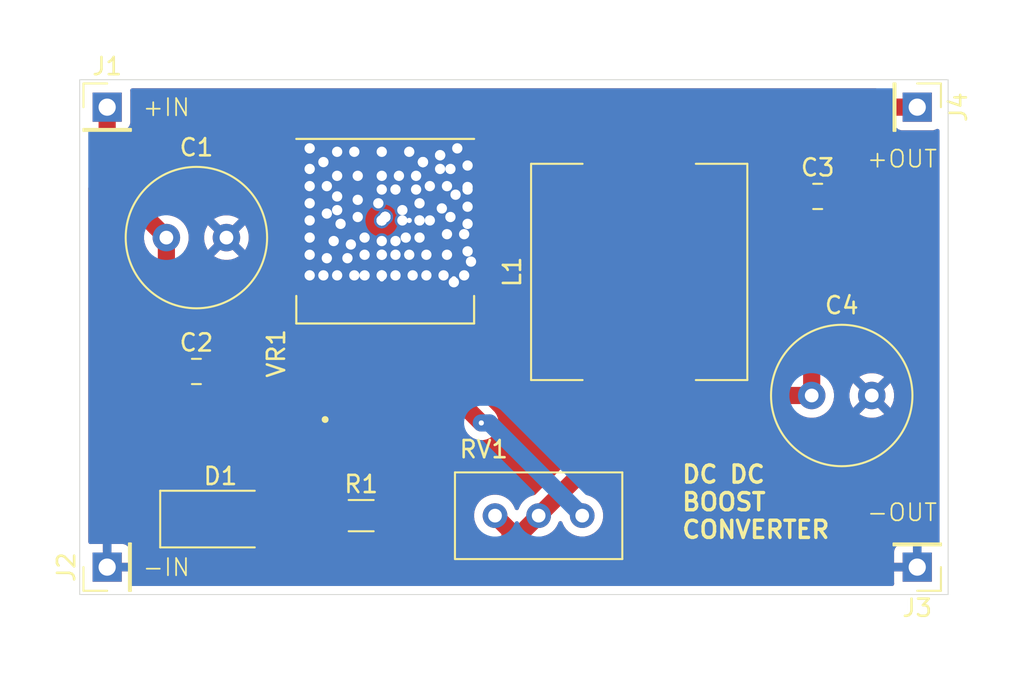
<source format=kicad_pcb>
(kicad_pcb (version 20241229) (generator "pcbnew") (generator_version "9.0")
  (layers (0 "F.Cu" signal) (2 "B.Cu" signal) (13 "F.Paste" user) (15 "B.Paste" user) (5 "F.SilkS" user "F.Silkscreen") (7 "B.SilkS" user "B.Silkscreen") (1 "F.Mask" user) (3 "B.Mask" user) (25 "Edge.Cuts" user))
  (net 0 "")
  (net 1 "Net-(J1-Pin_1)")
  (net 2 "GND")
  (net 3 "Net-(D1-K)")
  (net 4 "Net-(D1-A)")
  (net 5 "Net-(VR1-FB)")
  (footprint "Capacitor_SMD:C_0805_2012Metric" (layer "F.Cu") (at 159.8 106)
    (property "Reference" "C3" (at 0 -1.68 0) (layer "F.SilkS"))
    (property "Value" "1uF")
    (fp_line (start -0.261252 -0.735) (end 0.261252 -0.735) (stroke (width 0.12)) (layer "F.SilkS"))
    (fp_line (start -0.261252 0.735) (end 0.261252 0.735) (stroke (width 0.12)) (layer "F.SilkS"))
    (pad "1" smd roundrect (at -0.95 0) (size 1 1.45) (layers "F.Cu" "F.Mask" "F.Paste") (net 3 "Net-(D1-K)"))
    (pad "2" smd roundrect (at 0.95 0) (size 1 1.45) (layers "F.Cu" "F.Mask" "F.Paste") (net 2 "GND"))
  )
  (footprint "Inductor_SMD:L_12x12mm_H8mm" (layer "F.Cu") (at 149.4 110.4 90)
    (property "Reference" "L1" (at 0 -7.4 90) (layer "F.SilkS"))
    (property "Value" "33uH")
    (fp_line (start 6.3 -6.3) (end 6.3 -3.3) (stroke (width 0.12)) (layer "F.SilkS"))
    (fp_line (start -6.3 -6.3) (end 6.3 -6.3) (stroke (width 0.12)) (layer "F.SilkS"))
    (fp_line (start -6.3 -3.3) (end -6.3 -6.3) (stroke (width 0.12)) (layer "F.SilkS"))
    (fp_line (start 6.3 3.3) (end 6.3 6.3) (stroke (width 0.12)) (layer "F.SilkS"))
    (fp_line (start 6.3 6.3) (end -6.3 6.3) (stroke (width 0.12)) (layer "F.SilkS"))
    (fp_line (start -6.3 6.3) (end -6.3 3.3) (stroke (width 0.12)) (layer "F.SilkS"))
    (pad "1" smd rect (at -4.95 0 90) (size 2.9 5.4) (layers "F.Cu" "F.Mask" "F.Paste") (net 1 "Net-(J1-Pin_1)"))
    (pad "2" smd rect (at 4.95 0 90) (size 2.9 5.4) (layers "F.Cu" "F.Mask" "F.Paste") (net 4 "Net-(D1-A)"))
  )
  (footprint "Capacitor_THT:C_Radial_D8.0mm_H7.0mm_P3.50mm" (layer "F.Cu") (at 121.85 108.4)
    (property "Reference" "C1" (at 1.75 -5.25 0) (layer "F.SilkS"))
    (property "Value" "47uF/500V")
    (fp_circle (center 1.75 0) (end 5.87 0) (stroke (width 0.12)) (fill no) (layer "F.SilkS"))
    (pad "1" thru_hole circle (at 0 0) (size 1.6 1.6) (drill 0.8) (layers "*.Cu" "*.Mask") (net 1 "Net-(J1-Pin_1)"))
    (pad "2" thru_hole circle (at 3.5 0) (size 1.6 1.6) (drill 0.8) (layers "*.Cu" "*.Mask") (net 2 "GND"))
  )
  (footprint "Potentiometer_THT:Potentiometer_Bourns_3296W_Vertical" (layer "F.Cu") (at 146.08 124.6)
    (property "Reference" "RV1" (at -5.74 -3.86 0) (layer "F.SilkS"))
    (property "Value" "50K")
    (fp_line (start -7.415 -2.52) (end 2.335 -2.52) (stroke (width 0.12)) (layer "F.SilkS"))
    (fp_line (start -7.415 2.53) (end -7.415 -2.52) (stroke (width 0.12)) (layer "F.SilkS"))
    (fp_line (start 2.335 -2.52) (end 2.335 2.53) (stroke (width 0.12)) (layer "F.SilkS"))
    (fp_line (start 2.335 2.53) (end -7.415 2.53) (stroke (width 0.12)) (layer "F.SilkS"))
    (pad "1" thru_hole circle (at 0 0) (size 1.44 1.44) (drill 0.8) (layers "*.Cu" "*.Mask") (net 5 "Net-(VR1-FB)"))
    (pad "2" thru_hole circle (at -2.54 0) (size 1.44 1.44) (drill 0.8) (layers "*.Cu" "*.Mask") (net 3 "Net-(D1-K)"))
    (pad "3" thru_hole circle (at -5.08 0) (size 1.44 1.44) (drill 0.8) (layers "*.Cu" "*.Mask") (net 3 "Net-(D1-K)"))
  )
  (footprint "Connector_PinHeader_2.54mm:PinHeader_1x01_P2.54mm_Vertical" (layer "F.Cu") (at 165.6 100.8 -90)
    (property "Reference" "J4" (at 0 -2.38 90) (layer "F.SilkS"))
    (property "Value" "Conn_01x01_Pin")
    (fp_line (start -1.38 1.38) (end 1.38 1.38) (stroke (width 0.12)) (layer "F.SilkS"))
    (fp_line (start -1.38 1.27) (end -1.38 1.38) (stroke (width 0.12)) (layer "F.SilkS"))
    (fp_line (start -1.38 1.27) (end 1.38 1.27) (stroke (width 0.12)) (layer "F.SilkS"))
    (fp_line (start 1.38 1.27) (end 1.38 1.38) (stroke (width 0.12)) (layer "F.SilkS"))
    (fp_line (start -1.38 0) (end -1.38 -1.38) (stroke (width 0.12)) (layer "F.SilkS"))
    (fp_line (start -1.38 -1.38) (end 0 -1.38) (stroke (width 0.12)) (layer "F.SilkS"))
    (pad "1" thru_hole rect (at 0 0 270) (size 1.7 1.7) (drill 1) (layers "*.Cu" "*.Mask") (net 3 "Net-(D1-K)"))
  )
  (footprint "Connector_PinHeader_2.54mm:PinHeader_1x01_P2.54mm_Vertical" (layer "F.Cu") (at 165.6 127.6 180)
    (property "Reference" "J3" (at 0 -2.38 0) (layer "F.SilkS"))
    (property "Value" "Conn_01x01_Pin")
    (fp_line (start 1.38 1.27) (end 1.38 1.38) (stroke (width 0.12)) (layer "F.SilkS"))
    (fp_line (start -1.38 1.38) (end 1.38 1.38) (stroke (width 0.12)) (layer "F.SilkS"))
    (fp_line (start -1.38 1.27) (end 1.38 1.27) (stroke (width 0.12)) (layer "F.SilkS"))
    (fp_line (start -1.38 1.27) (end -1.38 1.38) (stroke (width 0.12)) (layer "F.SilkS"))
    (fp_line (start -1.38 0) (end -1.38 -1.38) (stroke (width 0.12)) (layer "F.SilkS"))
    (fp_line (start -1.38 -1.38) (end 0 -1.38) (stroke (width 0.12)) (layer "F.SilkS"))
    (pad "1" thru_hole rect (at 0 0 180) (size 1.7 1.7) (drill 1) (layers "*.Cu" "*.Mask") (net 2 "GND"))
  )
  (footprint "Connector_PinHeader_2.54mm:PinHeader_1x01_P2.54mm_Vertical" (layer "F.Cu") (at 118.4 127.6 90)
    (property "Reference" "J2" (at 0 -2.38 90) (layer "F.SilkS"))
    (property "Value" "Conn_01x01_Pin")
    (fp_line (start -1.38 -1.38) (end 0 -1.38) (stroke (width 0.12)) (layer "F.SilkS"))
    (fp_line (start -1.38 0) (end -1.38 -1.38) (stroke (width 0.12)) (layer "F.SilkS"))
    (fp_line (start 1.38 1.27) (end 1.38 1.38) (stroke (width 0.12)) (layer "F.SilkS"))
    (fp_line (start -1.38 1.27) (end 1.38 1.27) (stroke (width 0.12)) (layer "F.SilkS"))
    (fp_line (start -1.38 1.27) (end -1.38 1.38) (stroke (width 0.12)) (layer "F.SilkS"))
    (fp_line (start -1.38 1.38) (end 1.38 1.38) (stroke (width 0.12)) (layer "F.SilkS"))
    (pad "1" thru_hole rect (at 0 0 90) (size 1.7 1.7) (drill 1) (layers "*.Cu" "*.Mask") (net 2 "GND"))
  )
  (footprint "Connector_PinHeader_2.54mm:PinHeader_1x01_P2.54mm_Vertical" (layer "F.Cu") (at 118.4 100.8)
    (property "Reference" "J1" (at 0 -2.38 0) (layer "F.SilkS"))
    (property "Value" "Conn_01x01_Pin")
    (fp_line (start -1.38 -1.38) (end 0 -1.38) (stroke (width 0.12)) (layer "F.SilkS"))
    (fp_line (start -1.38 0) (end -1.38 -1.38) (stroke (width 0.12)) (layer "F.SilkS"))
    (fp_line (start -1.38 1.27) (end -1.38 1.38) (stroke (width 0.12)) (layer "F.SilkS"))
    (fp_line (start -1.38 1.27) (end 1.38 1.27) (stroke (width 0.12)) (layer "F.SilkS"))
    (fp_line (start -1.38 1.38) (end 1.38 1.38) (stroke (width 0.12)) (layer "F.SilkS"))
    (fp_line (start 1.38 1.27) (end 1.38 1.38) (stroke (width 0.12)) (layer "F.SilkS"))
    (pad "1" thru_hole rect (at 0 0) (size 1.7 1.7) (drill 1) (layers "*.Cu" "*.Mask") (net 1 "Net-(J1-Pin_1)"))
  )
  (footprint "Capacitor_SMD:C_0805_2012Metric" (layer "F.Cu") (at 123.6 116.2)
    (property "Reference" "C2" (at 0 -1.68 0) (layer "F.SilkS"))
    (property "Value" "1uF")
    (fp_line (start -0.261252 -0.735) (end 0.261252 -0.735) (stroke (width 0.12)) (layer "F.SilkS"))
    (fp_line (start -0.261252 0.735) (end 0.261252 0.735) (stroke (width 0.12)) (layer "F.SilkS"))
    (pad "1" smd roundrect (at -0.95 0) (size 1 1.45) (layers "F.Cu" "F.Mask" "F.Paste") (net 1 "Net-(J1-Pin_1)"))
    (pad "2" smd roundrect (at 0.95 0) (size 1 1.45) (layers "F.Cu" "F.Mask" "F.Paste") (net 2 "GND"))
  )
  (footprint "Capacitor_THT:C_Radial_D8.0mm_H7.0mm_P3.50mm" (layer "F.Cu") (at 159.45 117.6)
    (property "Reference" "C4" (at 1.75 -5.25 0) (layer "F.SilkS"))
    (property "Value" "220uF/50V")
    (fp_circle (center 1.75 0) (end 5.87 0) (stroke (width 0.12)) (fill no) (layer "F.SilkS"))
    (pad "1" thru_hole circle (at 0 0) (size 1.6 1.6) (drill 0.8) (layers "*.Cu" "*.Mask") (net 3 "Net-(D1-K)"))
    (pad "2" thru_hole circle (at 3.5 0) (size 1.6 1.6) (drill 0.8) (layers "*.Cu" "*.Mask") (net 2 "GND"))
  )
  (footprint "Diode_SMD:D_SMA" (layer "F.Cu") (at 125 124.8)
    (property "Reference" "D1" (at 0 -2.5 0) (layer "F.SilkS"))
    (property "Value" "SS34")
    (fp_line (start -3.51 -1.65) (end -3.51 1.65) (stroke (width 0.12)) (layer "F.SilkS"))
    (fp_line (start -3.51 -1.65) (end 2 -1.65) (stroke (width 0.12)) (layer "F.SilkS"))
    (fp_line (start -3.51 1.65) (end 2 1.65) (stroke (width 0.12)) (layer "F.SilkS"))
    (pad "1" smd roundrect (at -2 0) (size 2.5 1.8) (layers "F.Cu" "F.Mask" "F.Paste") (roundrect_rratio 0.1388888889) (net 3 "Net-(D1-K)"))
    (pad "2" smd roundrect (at 2 0) (size 2.5 1.8) (layers "F.Cu" "F.Mask" "F.Paste") (roundrect_rratio 0.1388888889) (net 4 "Net-(D1-A)"))
  )
  (footprint "Resistor_SMD:R_1206_3216Metric" (layer "F.Cu") (at 133.2 124.6)
    (property "Reference" "R1" (at 0 -1.83 0) (layer "F.SilkS"))
    (property "Value" "1K")
    (fp_line (start -0.727064 -0.91) (end 0.727064 -0.91) (stroke (width 0.12)) (layer "F.SilkS"))
    (fp_line (start -0.727064 0.91) (end 0.727064 0.91) (stroke (width 0.12)) (layer "F.SilkS"))
    (pad "1" smd roundrect (at -1.4625 0) (size 1.125 1.75) (layers "F.Cu" "F.Mask" "F.Paste") (roundrect_rratio 0.222222) (net 5 "Net-(VR1-FB)"))
    (pad "2" smd roundrect (at 1.4625 0) (size 1.125 1.75) (layers "F.Cu" "F.Mask" "F.Paste") (roundrect_rratio 0.222222) (net 2 "GND"))
  )
  (footprint "XL6009:DPAK170P1435X465-6N" (layer "F.Cu") (at 134.6 110.7 90)
    (property "Reference" "VR1" (at -4.445 -6.35 90) (layer "F.SilkS"))
    (property "Value" "XL6009")
    (fp_line (start 8.05 -5.18) (end 8.05 5.18) (stroke (width 0.127)) (layer "F.SilkS"))
    (fp_line (start -1.1 -5.18) (end -2.705 -5.18) (stroke (width 0.127)) (layer "F.SilkS"))
    (fp_line (start -2.705 -5.18) (end -2.705 5.18) (stroke (width 0.127)) (layer "F.SilkS"))
    (fp_line (start -1.1 5.18) (end -2.705 5.18) (stroke (width 0.127)) (layer "F.SilkS"))
    (fp_circle (center -8.3 -3.5) (end -8.2 -3.5) (stroke (width 0.2)) (fill no) (layer "F.SilkS"))
    (pad "1" smd rect (at -6.13 -3.4 90) (size 3.21 1.05) (layers "F.Cu" "F.Mask" "F.Paste") (net 2 "GND"))
    (pad "2" smd rect (at -6.13 -1.7 90) (size 3.21 1.05) (layers "F.Cu" "F.Mask" "F.Paste"))
    (pad "3" smd rect (at -6.13 0 90) (size 3.21 1.05) (layers "F.Cu" "F.Mask" "F.Paste") (net 4 "Net-(D1-A)"))
    (pad "4" smd rect (at -6.13 1.7 90) (size 3.21 1.05) (layers "F.Cu" "F.Mask" "F.Paste") (net 1 "Net-(J1-Pin_1)"))
    (pad "5" smd rect (at -6.13 3.4 90) (size 3.21 1.05) (layers "F.Cu" "F.Mask" "F.Paste") (net 5 "Net-(VR1-FB)"))
    (pad "6" smd rect (at 3.5 0 90) (size 8.46 10.53) (layers "F.Cu" "F.Mask") (net 4 "Net-(D1-A)"))
  )
  (gr_rect (start 116.8 99.2) (end 167.4 129.2) (stroke (width 0.05)) (fill no) (layer "Edge.Cuts"))
  (gr_text "DC DC \nBOOST \nCONVERTER" (at 151.8 126 0) (layer "F.SilkS") (effects (font (size 1 1) (thickness 0.2) (bold yes)) (justify left bottom)))
  (gr_text "-IN\n" (at 120.4 128.2 0) (layer "F.SilkS") (effects (font (size 1 1) (thickness 0.1)) (justify left bottom)))
  (gr_text "-OUT" (at 162.6 125 0) (layer "F.SilkS") (effects (font (size 1 1) (thickness 0.1)) (justify left bottom)))
  (gr_text "+OUT\n" (at 162.6 104.4 0) (layer "F.SilkS") (effects (font (size 1 1) (thickness 0.1)) (justify left bottom)))
  (gr_text "+IN\n" (at 120.4 101.4 0) (layer "F.SilkS") (effects (font (size 1 1) (thickness 0.1)) (justify left bottom)))
  (segment (start 118.4 104.95) (end 121.85 108.4) (width 1) (layer "F.Cu") (net 1))
  (segment (start 136.3 114.998) (end 136.3 116.83) (width 1) (layer "F.Cu") (net 1))
  (segment (start 136.774 114.524) (end 136.3 114.998) (width 1) (layer "F.Cu") (net 1))
  (segment (start 121.85 115.4) (end 122.65 116.2) (width 1) (layer "F.Cu") (net 1))
  (segment (start 121.85 108.4) (end 121.85 115.4) (width 1) (layer "F.Cu") (net 1))
  (segment (start 149.4 115.35) (end 148.574 114.524) (width 1) (layer "F.Cu") (net 1))
  (segment (start 148.574 114.524) (end 136.774 114.524) (width 1) (layer "F.Cu") (net 1))
  (segment (start 118.4 100.8) (end 118.4 104.95) (width 1) (layer "F.Cu") (net 1))
  (segment (start 163.75 100.8) (end 158.85 105.7) (width 1) (layer "F.Cu") (net 3))
  (segment (start 141.739 126.401) (end 124.601 126.401) (width 1) (layer "F.Cu") (net 3))
  (segment (start 158.85 106.75) (end 159.45 107.35) (width 1) (layer "F.Cu") (net 3))
  (segment (start 141.87 125.47) (end 141.87 126.27) (width 1) (layer "F.Cu") (net 3))
  (segment (start 150.54 117.6) (end 159.45 117.6) (width 1) (layer "F.Cu") (net 3))
  (segment (start 124.601 126.401) (end 123 124.8) (width 1) (layer "F.Cu") (net 3))
  (segment (start 158.85 105.7) (end 158.85 106) (width 1) (layer "F.Cu") (net 3))
  (segment (start 143.54 124.6) (end 150.54 117.6) (width 1) (layer "F.Cu") (net 3))
  (segment (start 158.85 106) (end 158.85 106.75) (width 1) (layer "F.Cu") (net 3))
  (segment (start 159.45 107.35) (end 159.45 117.6) (width 1) (layer "F.Cu") (net 3))
  (segment (start 141 124.6) (end 141.87 125.47) (width 1) (layer "F.Cu") (net 3))
  (segment (start 165.6 100.8) (end 163.75 100.8) (width 1) (layer "F.Cu") (net 3))
  (segment (start 143.54 124.6) (end 141.87 126.27) (width 1) (layer "F.Cu") (net 3))
  (segment (start 141.87 126.27) (end 141.739 126.401) (width 1) (layer "F.Cu") (net 3))
  (segment (start 134.4 110.8) (end 134.4 116.63) (width 1) (layer "F.Cu") (net 4))
  (segment (start 134.4 109.4) (end 134.4 110.6) (width 1) (layer "F.Cu") (net 4))
  (segment (start 136.6 107.4) (end 137.2 107.4) (width 1) (layer "F.Cu") (net 4))
  (segment (start 134.4 110.6) (end 134.4 110.8) (width 1) (layer "F.Cu") (net 4))
  (segment (start 137.9 106.7) (end 138.7 105.9) (width 1) (layer "F.Cu") (net 4))
  (segment (start 134.4 107.4) (end 135.6 107.4) (width 1) (layer "F.Cu") (net 4))
  (segment (start 135.6 107.4) (end 136 107.4) (width 1) (layer "F.Cu") (net 4))
  (segment (start 139.4 105.45) (end 149.4 105.45) (width 1) (layer "F.Cu") (net 4))
  (segment (start 137.2 107.4) (end 137.9 106.7) (width 1) (layer "F.Cu") (net 4))
  (segment (start 138.7 105.9) (end 139.15 105.45) (width 1) (layer "F.Cu") (net 4))
  (segment (start 134.4 116.63) (end 134.6 116.83) (width 1) (layer "F.Cu") (net 4))
  (segment (start 134.4 107.4) (end 134.4 108.6) (width 1) (layer "F.Cu") (net 4))
  (segment (start 134.4 108.6) (end 134.4 109.4) (width 1) (layer "F.Cu") (net 4))
  (segment (start 139.15 105.45) (end 139.4 105.45) (width 1) (layer "F.Cu") (net 4))
  (segment (start 134.6 119.435) (end 134.6 116.83) (width 1) (layer "F.Cu") (net 4))
  (segment (start 127 124.8) (end 129.235 124.8) (width 1) (layer "F.Cu") (net 4))
  (segment (start 136 107.4) (end 136.6 107.4) (width 1) (layer "F.Cu") (net 4))
  (segment (start 129.235 124.8) (end 134.6 119.435) (width 1) (layer "F.Cu") (net 4))
  (via (at 134.4 109.4) (size 0.9) (drill 0.6) (layers "F.Cu" "B.Cu") (net 4))
  (via (at 134.6 107.2) (size 0.6) (drill 0.3) (layers "F.Cu" "B.Cu") (net 4))
  (via (at 134.6 107.2) (size 0.9) (drill 0.6) (layers "F.Cu" "B.Cu") (net 4))
  (via (at 134.6 107.2) (size 0.9) (drill 0.6) (layers "F.Cu" "B.Cu") (net 4))
  (via (at 132.6 108.8) (size 0.9) (drill 0.6) (layers "F.Cu" "B.Cu") (net 4))
  (via (at 134.6 107.2) (size 0.9) (drill 0.6) (layers "F.Cu" "B.Cu") (net 4))
  (via (at 136.6 108.4) (size 0.9) (drill 0.6) (layers "F.Cu" "B.Cu") (net 4))
  (via (at 134.6 107.2) (size 0.6) (drill 0.3) (layers "F.Cu" "B.Cu") (net 4))
  (via (at 134.6 107.2) (size 0.9) (drill 0.6) (layers "F.Cu" "B.Cu") (net 4))
  (via (at 134.6 107.2) (size 0.9) (drill 0.6) (layers "F.Cu" "B.Cu") (net 4))
  (via (at 134.4 107.4) (size 0.9) (drill 0.6) (layers "F.Cu" "B.Cu") (net 4))
  (via (at 134.4 107.4) (size 0.9) (drill 0.6) (layers "F.Cu" "B.Cu") (net 4))
  (via (at 130.2 110.6) (size 0.9) (drill 0.6) (layers "F.Cu" "B.Cu") (net 4))
  (via (at 134.6 107.2) (size 0.9) (drill 0.6) (layers "F.Cu" "B.Cu") (net 4))
  (via (at 134.6 107.2) (size 0.6) (drill 0.3) (layers "F.Cu" "B.Cu") (net 4))
  (via (at 134.6 107.2) (size 0.9) (drill 0.6) (layers "F.Cu" "B.Cu") (net 4))
  (via (at 134.6 107.2) (size 0.9) (drill 0.6) (layers "F.Cu" "B.Cu") (net 4))
  (via (at 131.8 104.8) (size 0.9) (drill 0.6) (layers "F.Cu" "B.Cu") (net 4))
  (via (at 139.2 110.6) (size 0.9) (drill 0.6) (layers "F.Cu" "B.Cu") (net 4))
  (via (at 135.2 105.6) (size 0.9) (drill 0.6) (layers "F.Cu" "B.Cu") (net 4))
  (via (at 134.6 107.2) (size 0.9) (drill 0.6) (layers "F.Cu" "B.Cu") (net 4))
  (via (at 139.4 105.6) (size 0.9) (drill 0.6) (layers "F.Cu" "B.Cu") (net 4))
  (via (at 134.6 107.2) (size 0.9) (drill 0.6) (layers "F.Cu" "B.Cu") (net 4))
  (via (at 137.9 106.7) (size 0.9) (drill 0.6) (layers "F.Cu" "B.Cu") (net 4))
  (via (at 134.6 107.2) (size 0.9) (drill 0.6) (layers "F.Cu" "B.Cu") (net 4))
  (via (at 134.4 110.8) (size 0.6) (drill 0.3) (layers "F.Cu" "B.Cu") (net 4))
  (via (at 138.8 103.2) (size 0.9) (drill 0.6) (layers "F.Cu" "B.Cu") (net 4))
  (via (at 134.6 107.2) (size 0.9) (drill 0.6) (layers "F.Cu" "B.Cu") (net 4))
  (via (at 131.8 106) (size 0.9) (drill 0.6) (layers "F.Cu" "B.Cu") (net 4))
  (via (at 134.6 107.2) (size 0.9) (drill 0.6) (layers "F.Cu" "B.Cu") (net 4))
  (via (at 130.2 103.2) (size 0.9) (drill 0.6) (layers "F.Cu" "B.Cu") (net 4))
  (via (at 134.4 107.4) (size 0.9) (drill 0.6) (layers "F.Cu" "B.Cu") (net 4))
  (via (at 134.6 107.2) (size 0.9) (drill 0.6) (layers "F.Cu" "B.Cu") (net 4))
  (via (at 131.8 103.4) (size 0.9) (drill 0.6) (layers "F.Cu" "B.Cu") (net 4))
  (via (at 134.6 107.2) (size 0.6) (drill 0.3) (layers "F.Cu" "B.Cu") (net 4))
  (via (at 135.8 108.4) (size 0.9) (drill 0.6) (layers "F.Cu" "B.Cu") (net 4))
  (via (at 134.6 107.2) (size 0.9) (drill 0.6) (layers "F.Cu" "B.Cu") (net 4))
  (via (at 138.4 107.2) (size 0.9) (drill 0.6) (layers "F.Cu" "B.Cu") (net 4))
  (via (at 135.6 107.4) (size 0.9) (drill 0.6) (layers "F.Cu" "B.Cu") (net 4))
  (via (at 134.6 107.2) (size 0.9) (drill 0.6) (layers "F.Cu" "B.Cu") (net 4))
  (via (at 134.6 107.2) (size 0.6) (drill 0.3) (layers "F.Cu" "B.Cu") (net 4))
  (via (at 134.6 107.2) (size 0.9) (drill 0.6) (layers "F.Cu" "B.Cu") (net 4))
  (via (at 134.6 107.2) (size 0.9) (drill 0.6) (layers "F.Cu" "B.Cu") (net 4))
  (via (at 138.6 111) (size 0.9) (drill 0.6) (layers "F.Cu" "B.Cu") (net 4))
  (via (at 134.6 107.2) (size 0.9) (drill 0.6) (layers "F.Cu" "B.Cu") (net 4))
  (via (at 134.6 107.2) (size 0.9) (drill 0.6) (layers "F.Cu" "B.Cu") (net 4))
  (via (at 134.6 107.2) (size 0.9) (drill 0.6) (layers "F.Cu" "B.Cu") (net 4))
  (via (at 134.6 107.2) (size 0.9) (drill 0.6) (layers "F.Cu" "B.Cu") (net 4))
  (via (at 139.4 104.2) (size 0.9) (drill 0.6) (layers "F.Cu" "B.Cu") (net 4))
  (via (at 132.4 109.6) (size 0.9) (drill 0.6) (layers "F.Cu" "B.Cu") (net 4))
  (via (at 133 107.2) (size 0.9) (drill 0.6) (layers "F.Cu" "B.Cu") (net 4))
  (via (at 134.6 107.2) (size 0.9) (drill 0.6) (layers "F.Cu" "B.Cu") (net 4))
  (via (at 130.2 104.4) (size 0.9) (drill 0.6) (layers "F.Cu" "B.Cu") (net 4))
  (via (at 134.6 107.2) (size 0.6) (drill 0.3) (layers "F.Cu" "B.Cu") (net 4))
  (via (at 131 110.6) (size 0.9) (drill 0.6) (layers "F.Cu" "B.Cu") (net 4))
  (via (at 134.6 107.2) (size 0.6) (drill 0.3) (layers "F.Cu" "B.Cu") (net 4))
  (via (at 134.6 107.2) (size 0.6) (drill 0.3) (layers "F.Cu" "B.Cu") (net 4))
  (via (at 135.2 108.6) (size 0.9) (drill 0.6) (layers "F.Cu" "B.Cu") (net 4))
  (via (at 134.6 107.2) (size 0.9) (drill 0.6) (layers "F.Cu" "B.Cu") (net 4))
  (via (at 134.4 107.4) (size 0.9) (drill 0.6) (layers "F.Cu" "B.Cu") (net 4))
  (via (at 134.6 107.2) (size 0.6) (drill 0.3) (layers "F.Cu" "B.Cu") (net 4))
  (via (at 134.4 107.4) (size 0.9) (drill 0.6) (layers "F.Cu" "B.Cu") (net 4))
  (via (at 138.2 105.4) (size 0.9) (drill 0.6) (layers "F.Cu" "B.Cu") (net 4))
  (via (at 130.2 106.4) (size 0.9) (drill 0.6) (layers "F.Cu" "B.Cu") (net 4))
  (via (at 134.6 107.2) (size 0.6) (drill 0.3) (layers "F.Cu" "B.Cu") (net 4))
  (via (at 139.4 105.45) (size 0.9) (drill 0.6) (layers "F.Cu" "B.Cu") (net 4))
  (via (at 138.7 105.9) (size 0.9) (drill 0.6) (layers "F.Cu" "B.Cu") (net 4))
  (via (at 139.4 109.2) (size 0.9) (drill 0.6) (layers "F.Cu" "B.Cu") (net 4))
  (via (at 131.2 109.6) (size 0.9) (drill 0.6) (layers "F.Cu" "B.Cu") (net 4))
  (via (at 134.6 107.2) (size 0.9) (drill 0.6) (layers "F.Cu" "B.Cu") (net 4))
  (via (at 134.4 108.6) (size 0.9) (drill 0.6) (layers "F.Cu" "B.Cu") (net 4))
  (via (at 139.6 109.8) (size 0.9) (drill 0.6) (layers "F.Cu" "B.Cu") (net 4))
  (via (at 138.4 104.4) (size 0.9) (drill 0.6) (layers "F.Cu" "B.Cu") (net 4))
  (via (at 134.6 107.2) (size 0.9) (drill 0.6) (layers "F.Cu" "B.Cu") (net 4))
  (via (at 134.6 107.2) (size 0.9) (drill 0.6) (layers "F.Cu" "B.Cu") (net 4))
  (via (at 136.6 106.4) (size 0.9) (drill 0.6) (layers "F.Cu" "B.Cu") (net 4))
  (via (at 135.2 109.4) (size 0.9) (drill 0.6) (layers "F.Cu" "B.Cu") (net 4))
  (via (at 137.2 107.4) (size 0.9) (drill 0.6) (layers "F.Cu" "B.Cu") (net 4))
  (via (at 134.6 107.2) (size 0.9) (drill 0.6) (layers "F.Cu" "B.Cu") (net 4))
  (via (at 131.2 105.4) (size 0.9) (drill 0.6) (layers "F.Cu" "B.Cu") (net 4))
  (via (at 130.2 109.4) (size 0.9) (drill 0.6) (layers "F.Cu" "B.Cu") (net 4))
  (via (at 136.2 110.6) (size 0.9) (drill 0.6) (layers "F.Cu" "B.Cu") (net 4))
  (via (at 134.6 107.2) (size 0.6) (drill 0.3) (layers "F.Cu" "B.Cu") (net 4))
  (via (at 134.6 107.2) (size 0.6) (drill 0.3) (layers "F.Cu" "B.Cu") (net 4))
  (via (at 134.6 107.2) (size 0.9) (drill 0.6) (layers "F.Cu" "B.Cu") (net 4))
  (via (at 134.6 107.2) (size 0.9) (drill 0.6) (layers "F.Cu" "B.Cu") (net 4))
  (via (at 132 107.6) (size 0.9) (drill 0.6) (layers "F.Cu" "B.Cu") (net 4))
  (via (at 134.6 107.2) (size 0.6) (drill 0.3) (layers "F.Cu" "B.Cu") (net 4))
  (via (at 134.6 107.2) (size 0.9) (drill 0.6) (layers "F.Cu" "B.Cu") (net 4))
  (via (at 134.6 107.2) (size 0.6) (drill 0.3) (layers "F.Cu" "B.Cu") (net 4))
  (via (at 134.4 104.8) (size 0.9) (drill 0.6) (layers "F.Cu" "B.Cu") (net 4))
  (via (at 134.4 110.6) (size 0.9) (drill 0.6) (layers "F.Cu" "B.Cu") (net 4))
  (via (at 134.2 106.4) (size 0.9) (drill 0.6) (layers "F.Cu" "B.Cu") (net 4))
  (via (at 134.6 107.2) (size 0.6) (drill 0.3) (layers "F.Cu" "B.Cu") (net 4))
  (via (at 134.6 107.2) (size 0.9) (drill 0.6) (layers "F.Cu" "B.Cu") (net 4))
  (via (at 134.6 107.2) (size 0.9) (drill 0.6) (layers "F.Cu" "B.Cu") (net 4))
  (via (at 134.4 110.6) (size 0.9) (drill 0.6) (layers "F.Cu" "B.Cu") (net 4))
  (via (at 134.6 107.2) (size 0.6) (drill 0.3) (layers "F.Cu" "B.Cu") (net 4))
  (via (at 134.6 107.2) (size 0.9) (drill 0.6) (layers "F.Cu" "B.Cu") (net 4))
  (via (at 136.8 104) (size 0.9) (drill 0.6) (layers "F.Cu" "B.Cu") (net 4))
  (via (at 134.4 109.4) (size 0.9) (drill 0.6) (layers "F.Cu" "B.Cu") (net 4))
  (via (at 137 109.4) (size 0.9) (drill 0.6) (layers "F.Cu" "B.Cu") (net 4))
  (via (at 131.8 110.6) (size 0.9) (drill 0.6) (layers "F.Cu" "B.Cu") (net 4))
  (via (at 134.6 107.2) (size 0.6) (drill 0.3) (layers "F.Cu" "B.Cu") (net 4))
  (via (at 134.6 107.2) (size 0.9) (drill 0.6) (layers "F.Cu" "B.Cu") (net 4))
  (via (at 136.6 107.4) (size 0.9) (drill 0.6) (layers "F.Cu" "B.Cu") (net 4))
  (via (at 136.4 105.6) (size 0.9) (drill 0.6) (layers "F.Cu" "B.Cu") (net 4))
  (via (at 134.6 107.2) (size 0.6) (drill 0.3) (layers "F.Cu" "B.Cu") (net 4))
  (via (at 134.6 107.2) (size 0.9) (drill 0.6) (layers "F.Cu" "B.Cu") (net 4))
  (via (at 134.6 107.2) (size 0.9) (drill 0.6) (layers "F.Cu" "B.Cu") (net 4))
  (via (at 134.6 107.2) (size 0.9) (drill 0.6) (layers "F.Cu" "B.Cu") (net 4))
  (via (at 134.6 107.2) (size 0.6) (drill 0.3) (layers "F.Cu" "B.Cu") (net 4))
  (via (at 134.6 107.2) (size 0.6) (drill 0.3) (layers "F.Cu" "B.Cu") (net 4))
  (via (at 137.8 103.6) (size 0.9) (drill 0.6) (layers "F.Cu" "B.Cu") (net 4))
  (via (at 134.6 107.2) (size 0.9) (drill 0.6) (layers "F.Cu" "B.Cu") (net 4))
  (via (at 134.4 107.4) (size 0.9) (drill 0.6) (layers "F.Cu" "B.Cu") (net 4))
  (via (at 136.4 104.8) (size 0.9) (drill 0.6) (layers "F.Cu" "B.Cu") (net 4))
  (via (at 133 104.8) (size 0.9) (drill 0.6) (layers "F.Cu" "B.Cu") (net 4))
  (via (at 133 106.2) (size 0.9) (drill 0.6) (layers "F.Cu" "B.Cu") (net 4))
  (via (at 134.6 107.2) (size 0.6) (drill 0.3) (layers "F.Cu" "B.Cu") (net 4))
  (via (at 136.8 104) (size 0.9) (drill 0.6) (layers "F.Cu" "B.Cu") (net 4))
  (via (at 134.6 107.2) (size 0.9) (drill 0.6) (layers "F.Cu" "B.Cu") (net 4))
  (via (at 136 109.4) (size 0.9) (drill 0.6) (layers "F.Cu" "B.Cu") (net 4))
  (via (at 134.6 107.2) (size 0.9) (drill 0.6) (layers "F.Cu" "B.Cu") (net 4))
  (via (at 138.2 108.2) (size 0.9) (drill 0.6) (layers "F.Cu" "B.Cu") (net 4))
  (via (at 139.2 108.2) (size 0.9) (drill 0.6) (layers "F.Cu" "B.Cu") (net 4))
  (via (at 134.6 107.2) (size 0.6) (drill 0.3) (layers "F.Cu" "B.Cu") (net 4))
  (via (at 134.6 107.2) (size 0.9) (drill 0.6) (layers "F.Cu" "B.Cu") (net 4))
  (via (at 135.2 110.6) (size 0.9) (drill 0.6) (layers "F.Cu" "B.Cu") (net 4))
  (via (at 134.6 107.2) (size 0.9) (drill 0.6) (layers "F.Cu" "B.Cu") (net 4))
  (via (at 130.2 107.4) (size 0.9) (drill 0.6) (layers "F.Cu" "B.Cu") (net 4))
  (via (at 138 110.6) (size 0.9) (drill 0.6) (layers "F.Cu" "B.Cu") (net 4))
  (via (at 139.4 107.6) (size 0.9) (drill 0.6) (layers "F.Cu" "B.Cu") (net 4))
  (via (at 136 107.4) (size 0.6) (drill 0.3) (layers "F.Cu" "B.Cu") (net 4))
  (via (at 136.8 104) (size 0.9) (drill 0.6) (layers "F.Cu" "B.Cu") (net 4))
  (via (at 138.6 110.8) (size 0.6) (drill 0.3) (layers "F.Cu" "B.Cu") (net 4))
  (via (at 134.6 107.2) (size 0.9) (drill 0.6) (layers "F.Cu" "B.Cu") (net 4))
  (via (at 133.4 110.6) (size 0.9) (drill 0.6) (layers "F.Cu" "B.Cu") (net 4))
  (via (at 134.6 107.2) (size 0.6) (drill 0.3) (layers "F.Cu" "B.Cu") (net 4))
  (via (at 134.6 107.2) (size 0.6) (drill 0.3) (layers "F.Cu" "B.Cu") (net 4))
  (via (at 137 110.6) (size 0.9) (drill 0.6) (layers "F.Cu" "B.Cu") (net 4))
  (via (at 134.6 107.2) (size 0.9) (drill 0.6) (layers "F.Cu" "B.Cu") (net 4))
  (via (at 134.6 107.2) (size 0.6) (drill 0.3) (layers "F.Cu" "B.Cu") (net 4))
  (via (at 137.8 103.6) (size 0.9) (drill 0.6) (layers "F.Cu" "B.Cu") (net 4))
  (via (at 134.6 107.2) (size 0.9) (drill 0.6) (layers "F.Cu" "B.Cu") (net 4))
  (via (at 134.6 107.2) (size 0.9) (drill 0.6) (layers "F.Cu" "B.Cu") (net 4))
  (via (at 133.4 109.4) (size 0.9) (drill 0.6) (layers "F.Cu" "B.Cu") (net 4))
  (via (at 134.6 107.2) (size 0.6) (drill 0.3) (layers "F.Cu" "B.Cu") (net 4))
  (via (at 134.6 107.2) (size 0.9) (drill 0.6) (layers "F.Cu" "B.Cu") (net 4))
  (via (at 138.2 109.4) (size 0.9) (drill 0.6) (layers "F.Cu" "B.Cu") (net 4))
  (via (at 134.6 107.2) (size 0.9) (drill 0.6) (layers "F.Cu" "B.Cu") (net 4))
  (via (at 134.6 107.2) (size 0.6) (drill 0.3) (layers "F.Cu" "B.Cu") (net 4))
  (via (at 134.6 107.2) (size 0.9) (drill 0.6) (layers "F.Cu" "B.Cu") (net 4))
  (via (at 134.4 110.8) (size 0.6) (drill 0.3) (layers "F.Cu" "B.Cu") (net 4))
  (via (at 134.6 107.2) (size 0.9) (drill 0.6) (layers "F.Cu" "B.Cu") (net 4))
  (via (at 132.8 103.4) (size 0.9) (drill 0.6) (layers "F.Cu" "B.Cu") (net 4))
  (via (at 134.6 107.2) (size 0.6) (drill 0.3) (layers "F.Cu" "B.Cu") (net 4))
  (via (at 131 104) (size 0.9) (drill 0.6) (layers "F.Cu" "B.Cu") (net 4))
  (via (at 134.6 107.2) (size 0.9) (drill 0.6) (layers "F.Cu" "B.Cu") (net 4))
  (via (at 130.2 108.4) (size 0.9) (drill 0.6) (layers "F.Cu" "B.Cu") (net 4))
  (via (at 134.6 107.2) (size 0.9) (drill 0.6) (layers "F.Cu" "B.Cu") (net 4))
  (via (at 134.6 107.2) (size 0.9) (drill 0.6) (layers "F.Cu" "B.Cu") (net 4))
  (via (at 135.6 106.8) (size 0.9) (drill 0.6) (layers "F.Cu" "B.Cu") (net 4))
  (via (at 134.6 107.2) (size 0.6) (drill 0.3) (layers "F.Cu" "B.Cu") (net 4))
  (via (at 134.6 107.2) (size 0.9) (drill 0.6) (layers "F.Cu" "B.Cu") (net 4))
  (via (at 134.6 107.2) (size 0.9) (drill 0.6) (layers "F.Cu" "B.Cu") (net 4))
  (via (at 134.6 107.2) (size 0.9) (drill 0.6) (layers "F.Cu" "B.Cu") (net 4))
  (via (at 135.4 104.8) (size 0.9) (drill 0.6) (layers "F.Cu" "B.Cu") (net 4))
  (via (at 134.6 107.2) (size 0.9) (drill 0.6) (layers "F.Cu" "B.Cu") (net 4))
  (via (at 134.4 103.4) (size 0.9) (drill 0.6) (layers "F.Cu" "B.Cu") (net 4))
  (via (at 134.6 107.2) (size 0.9) (drill 0.6) (layers "F.Cu" "B.Cu") (net 4))
  (via (at 130.2 105.4) (size 0.9) (drill 0.6) (layers "F.Cu" "B.Cu") (net 4))
  (via (at 134.6 107.2) (size 0.9) (drill 0.6) (layers "F.Cu" "B.Cu") (net 4))
  (via (at 134.6 107.2) (size 0.9) (drill 0.6) (layers "F.Cu" "B.Cu") (net 4))
  (via (at 134.6 107.2) (size 0.6) (drill 0.3) (layers "F.Cu" "B.Cu") (net 4))
  (via (at 136.6 107.4) (size 0.9) (drill 0.6) (layers "F.Cu" "B.Cu") (net 4))
  (via (at 134.6 107.2) (size 0.9) (drill 0.6) (layers "F.Cu" "B.Cu") (net 4))
  (via (at 134.6 107.2) (size 0.9) (drill 0.6) (layers "F.Cu" "B.Cu") (net 4))
  (via (at 134.4 107.4) (size 0.9) (drill 0.6) (layers "F.Cu" "B.Cu") (net 4))
  (via (at 134.6 107.2) (size 0.9) (drill 0.6) (layers "F.Cu" "B.Cu") (net 4))
  (via (at 134.6 107.2) (size 0.6) (drill 0.3) (layers "F.Cu" "B.Cu") (net 4))
  (via (at 134.6 107.2) (size 0.6) (drill 0.3) (layers "F.Cu" "B.Cu") (net 4))
  (via (at 134.6 107.2) (size 0.6) (drill 0.3) (layers "F.Cu" "B.Cu") (net 4))
  (via (at 134.6 107.2) (size 0.9) (drill 0.6) (layers "F.Cu" "B.Cu") (net 4))
  (via (at 139.4 106.6) (size 0.9) (drill 0.6) (layers "F.Cu" "B.Cu") (net 4))
  (via (at 131.8 106.8) (size 0.9) (drill 0.6) (layers "F.Cu" "B.Cu") (net 4))
  (via (at 137.8 104.4) (size 0.9) (drill 0.6) (layers "F.Cu" "B.Cu") (net 4))
  (via (at 134.6 107.2) (size 0.9) (drill 0.6) (layers "F.Cu" "B.Cu") (net 4))
  (via (at 137.2 105.4) (size 0.9) (drill 0.6) (layers "F.Cu" "B.Cu") (net 4))
  (via (at 134.4 105.6) (size 0.9) (drill 0.6) (layers "F.Cu" "B.Cu") (net 4))
  (via (at 134.6 107.2) (size 0.9) (drill 0.6) (layers "F.Cu" "B.Cu") (net 4))
  (via (at 134.6 107.2) (size 0.6) (drill 0.3) (layers "F.Cu" "B.Cu") (net 4))
  (via (at 136 103.4) (size 0.9) (drill 0.6) (layers "F.Cu" "B.Cu") (net 4))
  (via (at 134.4 107.4) (size 0.9) (drill 0.6) (layers "F.Cu" "B.Cu") (net 4))
  (via (at 134.6 107.2) (size 0.9) (drill 0.6) (layers "F.Cu" "B.Cu") (net 4))
  (via (at 134.6 107.2) (size 0.9) (drill 0.6) (layers "F.Cu" "B.Cu") (net 4))
  (via (at 134.6 107.2) (size 0.9) (drill 0.6) (layers "F.Cu" "B.Cu") (net 4))
  (via (at 134.4 107.4) (size 0.9) (drill 0.6) (layers "F.Cu" "B.Cu") (net 4))
  (via (at 134.4 110.8) (size 0.6) (drill 0.3) (layers "F.Cu" "B.Cu") (net 4))
  (via (at 131.6 108.6) (size 0.9) (drill 0.6) (layers "F.Cu" "B.Cu") (net 4))
  (via (at 134.6 107.2) (size 0.9) (drill 0.6) (layers "F.Cu" "B.Cu") (net 4))
  (via (at 134.6 107.2) (size 0.6) (drill 0.3) (layers "F.Cu" "B.Cu") (net 4))
  (via (at 131.2 107) (size 0.9) (drill 0.6) (layers "F.Cu" "B.Cu") (net 4))
  (via (at 134.6 107.2) (size 0.9) (drill 0.6) (layers "F.Cu" "B.Cu") (net 4))
  (via (at 134.6 107.2) (size 0.9) (drill 0.6) (layers "F.Cu" "B.Cu") (net 4))
  (via (at 134.6 107.2) (size 0.6) (drill 0.3) (layers "F.Cu" "B.Cu") (net 4))
  (via (at 134.6 107.2) (size 0.9) (drill 0.6) (layers "F.Cu" "B.Cu") (net 4))
  (via (at 134.6 107.2) (size 0.9) (drill 0.6) (layers "F.Cu" "B.Cu") (net 4))
  (via (at 134.6 107.2) (size 0.6) (drill 0.3) (layers "F.Cu" "B.Cu") (net 4))
  (via (at 133.4 108.4) (size 0.9) (drill 0.6) (layers "F.Cu" "B.Cu") (net 4))
  (via (at 134.6 107.2) (size 0.9) (drill 0.6) (layers "F.Cu" "B.Cu") (net 4))
  (via (at 132.8 110.6) (size 0.9) (drill 0.6) (layers "F.Cu" "B.Cu") (net 4))
  (via (at 134.6 107.2) (size 0.9) (drill 0.6) (layers "F.Cu" "B.Cu") (net 4))
  (via (at 134.6 107.2) (size 0.9) (drill 0.6) (layers "F.Cu" "B.Cu") (net 4))
  (segment (start 131.7375 124.6) (end 138 118.3375) (width 1) (layer "F.Cu") (net 5))
  (segment (start 138 117) (end 140.2 119.2) (width 1) (layer "F.Cu") (net 5))
  (segment (start 138 118.3375) (end 138 116.83) (width 1) (layer "F.Cu") (net 5))
  (segment (start 138 116.83) (end 138 117) (width 1) (layer "F.Cu") (net 5))
  (via (at 140.2 119.2) (size 0.6) (drill 0.3) (layers "F.Cu" "B.Cu") (net 5))
  (segment (start 140.68 119.2) (end 146.08 124.6) (width 1) (layer "B.Cu") (net 5))
  (segment (start 140.2 119.2) (end 140.68 119.2) (width 1) (layer "B.Cu") (net 5))
  (zone (net 2) (net_name "GND") (layers "F.Cu" "B.Cu") (connect_pads (clearance 0.5)) (min_thickness 0.25) (fill yes (thermal_gap 0.5) (thermal_bridge_width 0.5))
    (polygon (pts (xy 115.8 98) (xy 169 98) (xy 168.8 131) (xy 114.6 132) (xy 115.6 98.2)))
  )
)
</source>
